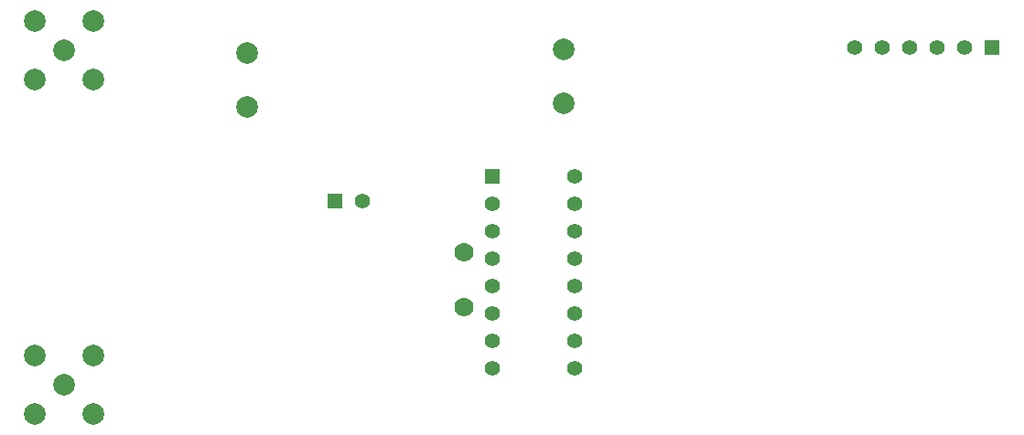
<source format=gbs>
G04 This is an RS-274x file exported by *
G04 gerbv version 2.5.0 *
G04 More information is available about gerbv at *
G04 http://gerbv.gpleda.org/ *
G04 --End of header info--*
%MOIN*%
%FSLAX23Y23*%
%IPPOS*%
G04 --Define apertures--*
%ADD10C,0.0059*%
%ADD11C,0.0118*%
%ADD12R,0.0550X0.0550*%
%ADD13C,0.0550*%
%ADD14C,0.0787*%
%ADD15C,0.0700*%
%ADD16C,0.0787*%
G04 --Start main section--*
G54D12*
G01X04935Y-3935D03*
G54D13*
G01X05035Y-3935D03*
G54D14*
G01X03950Y-3385D03*
G01X03844Y-3279D03*
G01X03844Y-3491D03*
G01X04056Y-3491D03*
G01X04056Y-3279D03*
G01X03950Y-4605D03*
G01X03844Y-4499D03*
G01X03844Y-4711D03*
G01X04056Y-4711D03*
G01X04056Y-4499D03*
G54D12*
G01X07330Y-3375D03*
G54D13*
G01X07230Y-3375D03*
G01X07130Y-3375D03*
G01X07030Y-3375D03*
G01X06930Y-3375D03*
G01X06830Y-3375D03*
G54D12*
G01X05510Y-3845D03*
G54D13*
G01X05510Y-3945D03*
G01X05510Y-4045D03*
G01X05510Y-4145D03*
G01X05510Y-4245D03*
G01X05510Y-4345D03*
G01X05510Y-4445D03*
G01X05510Y-4545D03*
G01X05810Y-4545D03*
G01X05810Y-4445D03*
G01X05810Y-4345D03*
G01X05810Y-4245D03*
G01X05810Y-4145D03*
G01X05810Y-4045D03*
G01X05810Y-3945D03*
G01X05810Y-3845D03*
G54D15*
G01X05405Y-4120D03*
G01X05405Y-4320D03*
G54D16*
G01X05770Y-3381D03*
G01X05770Y-3578D03*
G01X04615Y-3396D03*
G01X04615Y-3593D03*
M02*

</source>
